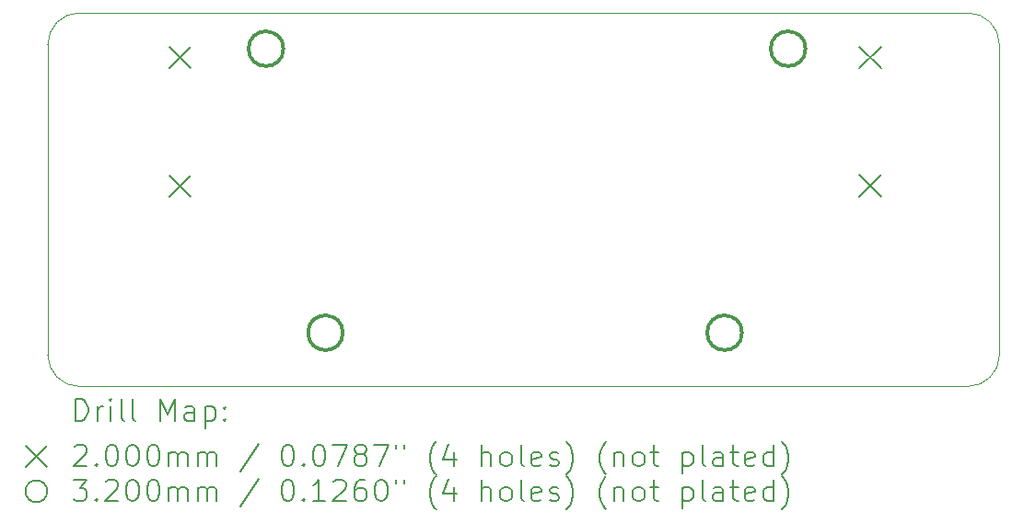
<source format=gbr>
%TF.GenerationSoftware,KiCad,Pcbnew,7.0.9*%
%TF.CreationDate,2024-08-07T11:51:31-05:00*%
%TF.ProjectId,led_segment,6c65645f-7365-4676-9d65-6e742e6b6963,rev?*%
%TF.SameCoordinates,Original*%
%TF.FileFunction,Drillmap*%
%TF.FilePolarity,Positive*%
%FSLAX45Y45*%
G04 Gerber Fmt 4.5, Leading zero omitted, Abs format (unit mm)*
G04 Created by KiCad (PCBNEW 7.0.9) date 2024-08-07 11:51:31*
%MOMM*%
%LPD*%
G01*
G04 APERTURE LIST*
%ADD10C,0.100000*%
%ADD11C,0.200000*%
%ADD12C,0.320000*%
G04 APERTURE END LIST*
D10*
X14560400Y-15437000D02*
X22726500Y-15437000D01*
X14560400Y-11995300D02*
G75*
G03*
X14268300Y-12287400I0J-292100D01*
G01*
X22726500Y-15437000D02*
G75*
G03*
X23018600Y-15144900I0J292100D01*
G01*
X22726500Y-11995300D02*
X14560400Y-11995300D01*
X14268300Y-15144900D02*
X14268300Y-12287400D01*
X14268300Y-15144900D02*
G75*
G03*
X14560400Y-15437000I292100J0D01*
G01*
X23018600Y-15144900D02*
X23018600Y-12287400D01*
X23018600Y-12287400D02*
G75*
G03*
X22726500Y-11995300I-292100J0D01*
G01*
D11*
X15383600Y-12306100D02*
X15583600Y-12506100D01*
X15583600Y-12306100D02*
X15383600Y-12506100D01*
X15383600Y-13491100D02*
X15583600Y-13691100D01*
X15583600Y-13491100D02*
X15383600Y-13691100D01*
X21729000Y-12304700D02*
X21929000Y-12504700D01*
X21929000Y-12304700D02*
X21729000Y-12504700D01*
X21729000Y-13489700D02*
X21929000Y-13689700D01*
X21929000Y-13489700D02*
X21729000Y-13689700D01*
D12*
X16434900Y-12325500D02*
G75*
G03*
X16434900Y-12325500I-160000J0D01*
G01*
X16981000Y-14941700D02*
G75*
G03*
X16981000Y-14941700I-160000J0D01*
G01*
X20651300Y-14941700D02*
G75*
G03*
X20651300Y-14941700I-160000J0D01*
G01*
X21235500Y-12325500D02*
G75*
G03*
X21235500Y-12325500I-160000J0D01*
G01*
D11*
X14524077Y-15753484D02*
X14524077Y-15553484D01*
X14524077Y-15553484D02*
X14571696Y-15553484D01*
X14571696Y-15553484D02*
X14600267Y-15563008D01*
X14600267Y-15563008D02*
X14619315Y-15582055D01*
X14619315Y-15582055D02*
X14628839Y-15601103D01*
X14628839Y-15601103D02*
X14638362Y-15639198D01*
X14638362Y-15639198D02*
X14638362Y-15667769D01*
X14638362Y-15667769D02*
X14628839Y-15705865D01*
X14628839Y-15705865D02*
X14619315Y-15724912D01*
X14619315Y-15724912D02*
X14600267Y-15743960D01*
X14600267Y-15743960D02*
X14571696Y-15753484D01*
X14571696Y-15753484D02*
X14524077Y-15753484D01*
X14724077Y-15753484D02*
X14724077Y-15620150D01*
X14724077Y-15658246D02*
X14733601Y-15639198D01*
X14733601Y-15639198D02*
X14743124Y-15629674D01*
X14743124Y-15629674D02*
X14762172Y-15620150D01*
X14762172Y-15620150D02*
X14781220Y-15620150D01*
X14847886Y-15753484D02*
X14847886Y-15620150D01*
X14847886Y-15553484D02*
X14838362Y-15563008D01*
X14838362Y-15563008D02*
X14847886Y-15572531D01*
X14847886Y-15572531D02*
X14857410Y-15563008D01*
X14857410Y-15563008D02*
X14847886Y-15553484D01*
X14847886Y-15553484D02*
X14847886Y-15572531D01*
X14971696Y-15753484D02*
X14952648Y-15743960D01*
X14952648Y-15743960D02*
X14943124Y-15724912D01*
X14943124Y-15724912D02*
X14943124Y-15553484D01*
X15076458Y-15753484D02*
X15057410Y-15743960D01*
X15057410Y-15743960D02*
X15047886Y-15724912D01*
X15047886Y-15724912D02*
X15047886Y-15553484D01*
X15305029Y-15753484D02*
X15305029Y-15553484D01*
X15305029Y-15553484D02*
X15371696Y-15696341D01*
X15371696Y-15696341D02*
X15438362Y-15553484D01*
X15438362Y-15553484D02*
X15438362Y-15753484D01*
X15619315Y-15753484D02*
X15619315Y-15648722D01*
X15619315Y-15648722D02*
X15609791Y-15629674D01*
X15609791Y-15629674D02*
X15590743Y-15620150D01*
X15590743Y-15620150D02*
X15552648Y-15620150D01*
X15552648Y-15620150D02*
X15533601Y-15629674D01*
X15619315Y-15743960D02*
X15600267Y-15753484D01*
X15600267Y-15753484D02*
X15552648Y-15753484D01*
X15552648Y-15753484D02*
X15533601Y-15743960D01*
X15533601Y-15743960D02*
X15524077Y-15724912D01*
X15524077Y-15724912D02*
X15524077Y-15705865D01*
X15524077Y-15705865D02*
X15533601Y-15686817D01*
X15533601Y-15686817D02*
X15552648Y-15677293D01*
X15552648Y-15677293D02*
X15600267Y-15677293D01*
X15600267Y-15677293D02*
X15619315Y-15667769D01*
X15714553Y-15620150D02*
X15714553Y-15820150D01*
X15714553Y-15629674D02*
X15733601Y-15620150D01*
X15733601Y-15620150D02*
X15771696Y-15620150D01*
X15771696Y-15620150D02*
X15790743Y-15629674D01*
X15790743Y-15629674D02*
X15800267Y-15639198D01*
X15800267Y-15639198D02*
X15809791Y-15658246D01*
X15809791Y-15658246D02*
X15809791Y-15715388D01*
X15809791Y-15715388D02*
X15800267Y-15734436D01*
X15800267Y-15734436D02*
X15790743Y-15743960D01*
X15790743Y-15743960D02*
X15771696Y-15753484D01*
X15771696Y-15753484D02*
X15733601Y-15753484D01*
X15733601Y-15753484D02*
X15714553Y-15743960D01*
X15895505Y-15734436D02*
X15905029Y-15743960D01*
X15905029Y-15743960D02*
X15895505Y-15753484D01*
X15895505Y-15753484D02*
X15885982Y-15743960D01*
X15885982Y-15743960D02*
X15895505Y-15734436D01*
X15895505Y-15734436D02*
X15895505Y-15753484D01*
X15895505Y-15629674D02*
X15905029Y-15639198D01*
X15905029Y-15639198D02*
X15895505Y-15648722D01*
X15895505Y-15648722D02*
X15885982Y-15639198D01*
X15885982Y-15639198D02*
X15895505Y-15629674D01*
X15895505Y-15629674D02*
X15895505Y-15648722D01*
X14063300Y-15982000D02*
X14263300Y-16182000D01*
X14263300Y-15982000D02*
X14063300Y-16182000D01*
X14514553Y-15992531D02*
X14524077Y-15983008D01*
X14524077Y-15983008D02*
X14543124Y-15973484D01*
X14543124Y-15973484D02*
X14590743Y-15973484D01*
X14590743Y-15973484D02*
X14609791Y-15983008D01*
X14609791Y-15983008D02*
X14619315Y-15992531D01*
X14619315Y-15992531D02*
X14628839Y-16011579D01*
X14628839Y-16011579D02*
X14628839Y-16030627D01*
X14628839Y-16030627D02*
X14619315Y-16059198D01*
X14619315Y-16059198D02*
X14505029Y-16173484D01*
X14505029Y-16173484D02*
X14628839Y-16173484D01*
X14714553Y-16154436D02*
X14724077Y-16163960D01*
X14724077Y-16163960D02*
X14714553Y-16173484D01*
X14714553Y-16173484D02*
X14705029Y-16163960D01*
X14705029Y-16163960D02*
X14714553Y-16154436D01*
X14714553Y-16154436D02*
X14714553Y-16173484D01*
X14847886Y-15973484D02*
X14866934Y-15973484D01*
X14866934Y-15973484D02*
X14885982Y-15983008D01*
X14885982Y-15983008D02*
X14895505Y-15992531D01*
X14895505Y-15992531D02*
X14905029Y-16011579D01*
X14905029Y-16011579D02*
X14914553Y-16049674D01*
X14914553Y-16049674D02*
X14914553Y-16097293D01*
X14914553Y-16097293D02*
X14905029Y-16135388D01*
X14905029Y-16135388D02*
X14895505Y-16154436D01*
X14895505Y-16154436D02*
X14885982Y-16163960D01*
X14885982Y-16163960D02*
X14866934Y-16173484D01*
X14866934Y-16173484D02*
X14847886Y-16173484D01*
X14847886Y-16173484D02*
X14828839Y-16163960D01*
X14828839Y-16163960D02*
X14819315Y-16154436D01*
X14819315Y-16154436D02*
X14809791Y-16135388D01*
X14809791Y-16135388D02*
X14800267Y-16097293D01*
X14800267Y-16097293D02*
X14800267Y-16049674D01*
X14800267Y-16049674D02*
X14809791Y-16011579D01*
X14809791Y-16011579D02*
X14819315Y-15992531D01*
X14819315Y-15992531D02*
X14828839Y-15983008D01*
X14828839Y-15983008D02*
X14847886Y-15973484D01*
X15038362Y-15973484D02*
X15057410Y-15973484D01*
X15057410Y-15973484D02*
X15076458Y-15983008D01*
X15076458Y-15983008D02*
X15085982Y-15992531D01*
X15085982Y-15992531D02*
X15095505Y-16011579D01*
X15095505Y-16011579D02*
X15105029Y-16049674D01*
X15105029Y-16049674D02*
X15105029Y-16097293D01*
X15105029Y-16097293D02*
X15095505Y-16135388D01*
X15095505Y-16135388D02*
X15085982Y-16154436D01*
X15085982Y-16154436D02*
X15076458Y-16163960D01*
X15076458Y-16163960D02*
X15057410Y-16173484D01*
X15057410Y-16173484D02*
X15038362Y-16173484D01*
X15038362Y-16173484D02*
X15019315Y-16163960D01*
X15019315Y-16163960D02*
X15009791Y-16154436D01*
X15009791Y-16154436D02*
X15000267Y-16135388D01*
X15000267Y-16135388D02*
X14990743Y-16097293D01*
X14990743Y-16097293D02*
X14990743Y-16049674D01*
X14990743Y-16049674D02*
X15000267Y-16011579D01*
X15000267Y-16011579D02*
X15009791Y-15992531D01*
X15009791Y-15992531D02*
X15019315Y-15983008D01*
X15019315Y-15983008D02*
X15038362Y-15973484D01*
X15228839Y-15973484D02*
X15247886Y-15973484D01*
X15247886Y-15973484D02*
X15266934Y-15983008D01*
X15266934Y-15983008D02*
X15276458Y-15992531D01*
X15276458Y-15992531D02*
X15285982Y-16011579D01*
X15285982Y-16011579D02*
X15295505Y-16049674D01*
X15295505Y-16049674D02*
X15295505Y-16097293D01*
X15295505Y-16097293D02*
X15285982Y-16135388D01*
X15285982Y-16135388D02*
X15276458Y-16154436D01*
X15276458Y-16154436D02*
X15266934Y-16163960D01*
X15266934Y-16163960D02*
X15247886Y-16173484D01*
X15247886Y-16173484D02*
X15228839Y-16173484D01*
X15228839Y-16173484D02*
X15209791Y-16163960D01*
X15209791Y-16163960D02*
X15200267Y-16154436D01*
X15200267Y-16154436D02*
X15190743Y-16135388D01*
X15190743Y-16135388D02*
X15181220Y-16097293D01*
X15181220Y-16097293D02*
X15181220Y-16049674D01*
X15181220Y-16049674D02*
X15190743Y-16011579D01*
X15190743Y-16011579D02*
X15200267Y-15992531D01*
X15200267Y-15992531D02*
X15209791Y-15983008D01*
X15209791Y-15983008D02*
X15228839Y-15973484D01*
X15381220Y-16173484D02*
X15381220Y-16040150D01*
X15381220Y-16059198D02*
X15390743Y-16049674D01*
X15390743Y-16049674D02*
X15409791Y-16040150D01*
X15409791Y-16040150D02*
X15438363Y-16040150D01*
X15438363Y-16040150D02*
X15457410Y-16049674D01*
X15457410Y-16049674D02*
X15466934Y-16068722D01*
X15466934Y-16068722D02*
X15466934Y-16173484D01*
X15466934Y-16068722D02*
X15476458Y-16049674D01*
X15476458Y-16049674D02*
X15495505Y-16040150D01*
X15495505Y-16040150D02*
X15524077Y-16040150D01*
X15524077Y-16040150D02*
X15543124Y-16049674D01*
X15543124Y-16049674D02*
X15552648Y-16068722D01*
X15552648Y-16068722D02*
X15552648Y-16173484D01*
X15647886Y-16173484D02*
X15647886Y-16040150D01*
X15647886Y-16059198D02*
X15657410Y-16049674D01*
X15657410Y-16049674D02*
X15676458Y-16040150D01*
X15676458Y-16040150D02*
X15705029Y-16040150D01*
X15705029Y-16040150D02*
X15724077Y-16049674D01*
X15724077Y-16049674D02*
X15733601Y-16068722D01*
X15733601Y-16068722D02*
X15733601Y-16173484D01*
X15733601Y-16068722D02*
X15743124Y-16049674D01*
X15743124Y-16049674D02*
X15762172Y-16040150D01*
X15762172Y-16040150D02*
X15790743Y-16040150D01*
X15790743Y-16040150D02*
X15809791Y-16049674D01*
X15809791Y-16049674D02*
X15819315Y-16068722D01*
X15819315Y-16068722D02*
X15819315Y-16173484D01*
X16209791Y-15963960D02*
X16038363Y-16221103D01*
X16466934Y-15973484D02*
X16485982Y-15973484D01*
X16485982Y-15973484D02*
X16505029Y-15983008D01*
X16505029Y-15983008D02*
X16514553Y-15992531D01*
X16514553Y-15992531D02*
X16524077Y-16011579D01*
X16524077Y-16011579D02*
X16533601Y-16049674D01*
X16533601Y-16049674D02*
X16533601Y-16097293D01*
X16533601Y-16097293D02*
X16524077Y-16135388D01*
X16524077Y-16135388D02*
X16514553Y-16154436D01*
X16514553Y-16154436D02*
X16505029Y-16163960D01*
X16505029Y-16163960D02*
X16485982Y-16173484D01*
X16485982Y-16173484D02*
X16466934Y-16173484D01*
X16466934Y-16173484D02*
X16447886Y-16163960D01*
X16447886Y-16163960D02*
X16438363Y-16154436D01*
X16438363Y-16154436D02*
X16428839Y-16135388D01*
X16428839Y-16135388D02*
X16419315Y-16097293D01*
X16419315Y-16097293D02*
X16419315Y-16049674D01*
X16419315Y-16049674D02*
X16428839Y-16011579D01*
X16428839Y-16011579D02*
X16438363Y-15992531D01*
X16438363Y-15992531D02*
X16447886Y-15983008D01*
X16447886Y-15983008D02*
X16466934Y-15973484D01*
X16619315Y-16154436D02*
X16628839Y-16163960D01*
X16628839Y-16163960D02*
X16619315Y-16173484D01*
X16619315Y-16173484D02*
X16609791Y-16163960D01*
X16609791Y-16163960D02*
X16619315Y-16154436D01*
X16619315Y-16154436D02*
X16619315Y-16173484D01*
X16752648Y-15973484D02*
X16771696Y-15973484D01*
X16771696Y-15973484D02*
X16790744Y-15983008D01*
X16790744Y-15983008D02*
X16800268Y-15992531D01*
X16800268Y-15992531D02*
X16809791Y-16011579D01*
X16809791Y-16011579D02*
X16819315Y-16049674D01*
X16819315Y-16049674D02*
X16819315Y-16097293D01*
X16819315Y-16097293D02*
X16809791Y-16135388D01*
X16809791Y-16135388D02*
X16800268Y-16154436D01*
X16800268Y-16154436D02*
X16790744Y-16163960D01*
X16790744Y-16163960D02*
X16771696Y-16173484D01*
X16771696Y-16173484D02*
X16752648Y-16173484D01*
X16752648Y-16173484D02*
X16733601Y-16163960D01*
X16733601Y-16163960D02*
X16724077Y-16154436D01*
X16724077Y-16154436D02*
X16714553Y-16135388D01*
X16714553Y-16135388D02*
X16705029Y-16097293D01*
X16705029Y-16097293D02*
X16705029Y-16049674D01*
X16705029Y-16049674D02*
X16714553Y-16011579D01*
X16714553Y-16011579D02*
X16724077Y-15992531D01*
X16724077Y-15992531D02*
X16733601Y-15983008D01*
X16733601Y-15983008D02*
X16752648Y-15973484D01*
X16885982Y-15973484D02*
X17019315Y-15973484D01*
X17019315Y-15973484D02*
X16933601Y-16173484D01*
X17124077Y-16059198D02*
X17105029Y-16049674D01*
X17105029Y-16049674D02*
X17095506Y-16040150D01*
X17095506Y-16040150D02*
X17085982Y-16021103D01*
X17085982Y-16021103D02*
X17085982Y-16011579D01*
X17085982Y-16011579D02*
X17095506Y-15992531D01*
X17095506Y-15992531D02*
X17105029Y-15983008D01*
X17105029Y-15983008D02*
X17124077Y-15973484D01*
X17124077Y-15973484D02*
X17162172Y-15973484D01*
X17162172Y-15973484D02*
X17181220Y-15983008D01*
X17181220Y-15983008D02*
X17190744Y-15992531D01*
X17190744Y-15992531D02*
X17200268Y-16011579D01*
X17200268Y-16011579D02*
X17200268Y-16021103D01*
X17200268Y-16021103D02*
X17190744Y-16040150D01*
X17190744Y-16040150D02*
X17181220Y-16049674D01*
X17181220Y-16049674D02*
X17162172Y-16059198D01*
X17162172Y-16059198D02*
X17124077Y-16059198D01*
X17124077Y-16059198D02*
X17105029Y-16068722D01*
X17105029Y-16068722D02*
X17095506Y-16078246D01*
X17095506Y-16078246D02*
X17085982Y-16097293D01*
X17085982Y-16097293D02*
X17085982Y-16135388D01*
X17085982Y-16135388D02*
X17095506Y-16154436D01*
X17095506Y-16154436D02*
X17105029Y-16163960D01*
X17105029Y-16163960D02*
X17124077Y-16173484D01*
X17124077Y-16173484D02*
X17162172Y-16173484D01*
X17162172Y-16173484D02*
X17181220Y-16163960D01*
X17181220Y-16163960D02*
X17190744Y-16154436D01*
X17190744Y-16154436D02*
X17200268Y-16135388D01*
X17200268Y-16135388D02*
X17200268Y-16097293D01*
X17200268Y-16097293D02*
X17190744Y-16078246D01*
X17190744Y-16078246D02*
X17181220Y-16068722D01*
X17181220Y-16068722D02*
X17162172Y-16059198D01*
X17266934Y-15973484D02*
X17400268Y-15973484D01*
X17400268Y-15973484D02*
X17314553Y-16173484D01*
X17466934Y-15973484D02*
X17466934Y-16011579D01*
X17543125Y-15973484D02*
X17543125Y-16011579D01*
X17838363Y-16249674D02*
X17828839Y-16240150D01*
X17828839Y-16240150D02*
X17809791Y-16211579D01*
X17809791Y-16211579D02*
X17800268Y-16192531D01*
X17800268Y-16192531D02*
X17790744Y-16163960D01*
X17790744Y-16163960D02*
X17781220Y-16116341D01*
X17781220Y-16116341D02*
X17781220Y-16078246D01*
X17781220Y-16078246D02*
X17790744Y-16030627D01*
X17790744Y-16030627D02*
X17800268Y-16002055D01*
X17800268Y-16002055D02*
X17809791Y-15983008D01*
X17809791Y-15983008D02*
X17828839Y-15954436D01*
X17828839Y-15954436D02*
X17838363Y-15944912D01*
X18000268Y-16040150D02*
X18000268Y-16173484D01*
X17952649Y-15963960D02*
X17905030Y-16106817D01*
X17905030Y-16106817D02*
X18028839Y-16106817D01*
X18257411Y-16173484D02*
X18257411Y-15973484D01*
X18343125Y-16173484D02*
X18343125Y-16068722D01*
X18343125Y-16068722D02*
X18333601Y-16049674D01*
X18333601Y-16049674D02*
X18314553Y-16040150D01*
X18314553Y-16040150D02*
X18285982Y-16040150D01*
X18285982Y-16040150D02*
X18266934Y-16049674D01*
X18266934Y-16049674D02*
X18257411Y-16059198D01*
X18466934Y-16173484D02*
X18447887Y-16163960D01*
X18447887Y-16163960D02*
X18438363Y-16154436D01*
X18438363Y-16154436D02*
X18428839Y-16135388D01*
X18428839Y-16135388D02*
X18428839Y-16078246D01*
X18428839Y-16078246D02*
X18438363Y-16059198D01*
X18438363Y-16059198D02*
X18447887Y-16049674D01*
X18447887Y-16049674D02*
X18466934Y-16040150D01*
X18466934Y-16040150D02*
X18495506Y-16040150D01*
X18495506Y-16040150D02*
X18514553Y-16049674D01*
X18514553Y-16049674D02*
X18524077Y-16059198D01*
X18524077Y-16059198D02*
X18533601Y-16078246D01*
X18533601Y-16078246D02*
X18533601Y-16135388D01*
X18533601Y-16135388D02*
X18524077Y-16154436D01*
X18524077Y-16154436D02*
X18514553Y-16163960D01*
X18514553Y-16163960D02*
X18495506Y-16173484D01*
X18495506Y-16173484D02*
X18466934Y-16173484D01*
X18647887Y-16173484D02*
X18628839Y-16163960D01*
X18628839Y-16163960D02*
X18619315Y-16144912D01*
X18619315Y-16144912D02*
X18619315Y-15973484D01*
X18800268Y-16163960D02*
X18781220Y-16173484D01*
X18781220Y-16173484D02*
X18743125Y-16173484D01*
X18743125Y-16173484D02*
X18724077Y-16163960D01*
X18724077Y-16163960D02*
X18714553Y-16144912D01*
X18714553Y-16144912D02*
X18714553Y-16068722D01*
X18714553Y-16068722D02*
X18724077Y-16049674D01*
X18724077Y-16049674D02*
X18743125Y-16040150D01*
X18743125Y-16040150D02*
X18781220Y-16040150D01*
X18781220Y-16040150D02*
X18800268Y-16049674D01*
X18800268Y-16049674D02*
X18809792Y-16068722D01*
X18809792Y-16068722D02*
X18809792Y-16087769D01*
X18809792Y-16087769D02*
X18714553Y-16106817D01*
X18885982Y-16163960D02*
X18905030Y-16173484D01*
X18905030Y-16173484D02*
X18943125Y-16173484D01*
X18943125Y-16173484D02*
X18962173Y-16163960D01*
X18962173Y-16163960D02*
X18971696Y-16144912D01*
X18971696Y-16144912D02*
X18971696Y-16135388D01*
X18971696Y-16135388D02*
X18962173Y-16116341D01*
X18962173Y-16116341D02*
X18943125Y-16106817D01*
X18943125Y-16106817D02*
X18914553Y-16106817D01*
X18914553Y-16106817D02*
X18895506Y-16097293D01*
X18895506Y-16097293D02*
X18885982Y-16078246D01*
X18885982Y-16078246D02*
X18885982Y-16068722D01*
X18885982Y-16068722D02*
X18895506Y-16049674D01*
X18895506Y-16049674D02*
X18914553Y-16040150D01*
X18914553Y-16040150D02*
X18943125Y-16040150D01*
X18943125Y-16040150D02*
X18962173Y-16049674D01*
X19038363Y-16249674D02*
X19047887Y-16240150D01*
X19047887Y-16240150D02*
X19066934Y-16211579D01*
X19066934Y-16211579D02*
X19076458Y-16192531D01*
X19076458Y-16192531D02*
X19085982Y-16163960D01*
X19085982Y-16163960D02*
X19095506Y-16116341D01*
X19095506Y-16116341D02*
X19095506Y-16078246D01*
X19095506Y-16078246D02*
X19085982Y-16030627D01*
X19085982Y-16030627D02*
X19076458Y-16002055D01*
X19076458Y-16002055D02*
X19066934Y-15983008D01*
X19066934Y-15983008D02*
X19047887Y-15954436D01*
X19047887Y-15954436D02*
X19038363Y-15944912D01*
X19400268Y-16249674D02*
X19390744Y-16240150D01*
X19390744Y-16240150D02*
X19371696Y-16211579D01*
X19371696Y-16211579D02*
X19362173Y-16192531D01*
X19362173Y-16192531D02*
X19352649Y-16163960D01*
X19352649Y-16163960D02*
X19343125Y-16116341D01*
X19343125Y-16116341D02*
X19343125Y-16078246D01*
X19343125Y-16078246D02*
X19352649Y-16030627D01*
X19352649Y-16030627D02*
X19362173Y-16002055D01*
X19362173Y-16002055D02*
X19371696Y-15983008D01*
X19371696Y-15983008D02*
X19390744Y-15954436D01*
X19390744Y-15954436D02*
X19400268Y-15944912D01*
X19476458Y-16040150D02*
X19476458Y-16173484D01*
X19476458Y-16059198D02*
X19485982Y-16049674D01*
X19485982Y-16049674D02*
X19505030Y-16040150D01*
X19505030Y-16040150D02*
X19533601Y-16040150D01*
X19533601Y-16040150D02*
X19552649Y-16049674D01*
X19552649Y-16049674D02*
X19562173Y-16068722D01*
X19562173Y-16068722D02*
X19562173Y-16173484D01*
X19685982Y-16173484D02*
X19666934Y-16163960D01*
X19666934Y-16163960D02*
X19657411Y-16154436D01*
X19657411Y-16154436D02*
X19647887Y-16135388D01*
X19647887Y-16135388D02*
X19647887Y-16078246D01*
X19647887Y-16078246D02*
X19657411Y-16059198D01*
X19657411Y-16059198D02*
X19666934Y-16049674D01*
X19666934Y-16049674D02*
X19685982Y-16040150D01*
X19685982Y-16040150D02*
X19714554Y-16040150D01*
X19714554Y-16040150D02*
X19733601Y-16049674D01*
X19733601Y-16049674D02*
X19743125Y-16059198D01*
X19743125Y-16059198D02*
X19752649Y-16078246D01*
X19752649Y-16078246D02*
X19752649Y-16135388D01*
X19752649Y-16135388D02*
X19743125Y-16154436D01*
X19743125Y-16154436D02*
X19733601Y-16163960D01*
X19733601Y-16163960D02*
X19714554Y-16173484D01*
X19714554Y-16173484D02*
X19685982Y-16173484D01*
X19809792Y-16040150D02*
X19885982Y-16040150D01*
X19838363Y-15973484D02*
X19838363Y-16144912D01*
X19838363Y-16144912D02*
X19847887Y-16163960D01*
X19847887Y-16163960D02*
X19866934Y-16173484D01*
X19866934Y-16173484D02*
X19885982Y-16173484D01*
X20105030Y-16040150D02*
X20105030Y-16240150D01*
X20105030Y-16049674D02*
X20124077Y-16040150D01*
X20124077Y-16040150D02*
X20162173Y-16040150D01*
X20162173Y-16040150D02*
X20181220Y-16049674D01*
X20181220Y-16049674D02*
X20190744Y-16059198D01*
X20190744Y-16059198D02*
X20200268Y-16078246D01*
X20200268Y-16078246D02*
X20200268Y-16135388D01*
X20200268Y-16135388D02*
X20190744Y-16154436D01*
X20190744Y-16154436D02*
X20181220Y-16163960D01*
X20181220Y-16163960D02*
X20162173Y-16173484D01*
X20162173Y-16173484D02*
X20124077Y-16173484D01*
X20124077Y-16173484D02*
X20105030Y-16163960D01*
X20314554Y-16173484D02*
X20295506Y-16163960D01*
X20295506Y-16163960D02*
X20285982Y-16144912D01*
X20285982Y-16144912D02*
X20285982Y-15973484D01*
X20476458Y-16173484D02*
X20476458Y-16068722D01*
X20476458Y-16068722D02*
X20466935Y-16049674D01*
X20466935Y-16049674D02*
X20447887Y-16040150D01*
X20447887Y-16040150D02*
X20409792Y-16040150D01*
X20409792Y-16040150D02*
X20390744Y-16049674D01*
X20476458Y-16163960D02*
X20457411Y-16173484D01*
X20457411Y-16173484D02*
X20409792Y-16173484D01*
X20409792Y-16173484D02*
X20390744Y-16163960D01*
X20390744Y-16163960D02*
X20381220Y-16144912D01*
X20381220Y-16144912D02*
X20381220Y-16125865D01*
X20381220Y-16125865D02*
X20390744Y-16106817D01*
X20390744Y-16106817D02*
X20409792Y-16097293D01*
X20409792Y-16097293D02*
X20457411Y-16097293D01*
X20457411Y-16097293D02*
X20476458Y-16087769D01*
X20543125Y-16040150D02*
X20619315Y-16040150D01*
X20571696Y-15973484D02*
X20571696Y-16144912D01*
X20571696Y-16144912D02*
X20581220Y-16163960D01*
X20581220Y-16163960D02*
X20600268Y-16173484D01*
X20600268Y-16173484D02*
X20619315Y-16173484D01*
X20762173Y-16163960D02*
X20743125Y-16173484D01*
X20743125Y-16173484D02*
X20705030Y-16173484D01*
X20705030Y-16173484D02*
X20685982Y-16163960D01*
X20685982Y-16163960D02*
X20676458Y-16144912D01*
X20676458Y-16144912D02*
X20676458Y-16068722D01*
X20676458Y-16068722D02*
X20685982Y-16049674D01*
X20685982Y-16049674D02*
X20705030Y-16040150D01*
X20705030Y-16040150D02*
X20743125Y-16040150D01*
X20743125Y-16040150D02*
X20762173Y-16049674D01*
X20762173Y-16049674D02*
X20771696Y-16068722D01*
X20771696Y-16068722D02*
X20771696Y-16087769D01*
X20771696Y-16087769D02*
X20676458Y-16106817D01*
X20943125Y-16173484D02*
X20943125Y-15973484D01*
X20943125Y-16163960D02*
X20924077Y-16173484D01*
X20924077Y-16173484D02*
X20885982Y-16173484D01*
X20885982Y-16173484D02*
X20866935Y-16163960D01*
X20866935Y-16163960D02*
X20857411Y-16154436D01*
X20857411Y-16154436D02*
X20847887Y-16135388D01*
X20847887Y-16135388D02*
X20847887Y-16078246D01*
X20847887Y-16078246D02*
X20857411Y-16059198D01*
X20857411Y-16059198D02*
X20866935Y-16049674D01*
X20866935Y-16049674D02*
X20885982Y-16040150D01*
X20885982Y-16040150D02*
X20924077Y-16040150D01*
X20924077Y-16040150D02*
X20943125Y-16049674D01*
X21019316Y-16249674D02*
X21028839Y-16240150D01*
X21028839Y-16240150D02*
X21047887Y-16211579D01*
X21047887Y-16211579D02*
X21057411Y-16192531D01*
X21057411Y-16192531D02*
X21066935Y-16163960D01*
X21066935Y-16163960D02*
X21076458Y-16116341D01*
X21076458Y-16116341D02*
X21076458Y-16078246D01*
X21076458Y-16078246D02*
X21066935Y-16030627D01*
X21066935Y-16030627D02*
X21057411Y-16002055D01*
X21057411Y-16002055D02*
X21047887Y-15983008D01*
X21047887Y-15983008D02*
X21028839Y-15954436D01*
X21028839Y-15954436D02*
X21019316Y-15944912D01*
X14263300Y-16402000D02*
G75*
G03*
X14263300Y-16402000I-100000J0D01*
G01*
X14505029Y-16293484D02*
X14628839Y-16293484D01*
X14628839Y-16293484D02*
X14562172Y-16369674D01*
X14562172Y-16369674D02*
X14590743Y-16369674D01*
X14590743Y-16369674D02*
X14609791Y-16379198D01*
X14609791Y-16379198D02*
X14619315Y-16388722D01*
X14619315Y-16388722D02*
X14628839Y-16407769D01*
X14628839Y-16407769D02*
X14628839Y-16455388D01*
X14628839Y-16455388D02*
X14619315Y-16474436D01*
X14619315Y-16474436D02*
X14609791Y-16483960D01*
X14609791Y-16483960D02*
X14590743Y-16493484D01*
X14590743Y-16493484D02*
X14533601Y-16493484D01*
X14533601Y-16493484D02*
X14514553Y-16483960D01*
X14514553Y-16483960D02*
X14505029Y-16474436D01*
X14714553Y-16474436D02*
X14724077Y-16483960D01*
X14724077Y-16483960D02*
X14714553Y-16493484D01*
X14714553Y-16493484D02*
X14705029Y-16483960D01*
X14705029Y-16483960D02*
X14714553Y-16474436D01*
X14714553Y-16474436D02*
X14714553Y-16493484D01*
X14800267Y-16312531D02*
X14809791Y-16303008D01*
X14809791Y-16303008D02*
X14828839Y-16293484D01*
X14828839Y-16293484D02*
X14876458Y-16293484D01*
X14876458Y-16293484D02*
X14895505Y-16303008D01*
X14895505Y-16303008D02*
X14905029Y-16312531D01*
X14905029Y-16312531D02*
X14914553Y-16331579D01*
X14914553Y-16331579D02*
X14914553Y-16350627D01*
X14914553Y-16350627D02*
X14905029Y-16379198D01*
X14905029Y-16379198D02*
X14790743Y-16493484D01*
X14790743Y-16493484D02*
X14914553Y-16493484D01*
X15038362Y-16293484D02*
X15057410Y-16293484D01*
X15057410Y-16293484D02*
X15076458Y-16303008D01*
X15076458Y-16303008D02*
X15085982Y-16312531D01*
X15085982Y-16312531D02*
X15095505Y-16331579D01*
X15095505Y-16331579D02*
X15105029Y-16369674D01*
X15105029Y-16369674D02*
X15105029Y-16417293D01*
X15105029Y-16417293D02*
X15095505Y-16455388D01*
X15095505Y-16455388D02*
X15085982Y-16474436D01*
X15085982Y-16474436D02*
X15076458Y-16483960D01*
X15076458Y-16483960D02*
X15057410Y-16493484D01*
X15057410Y-16493484D02*
X15038362Y-16493484D01*
X15038362Y-16493484D02*
X15019315Y-16483960D01*
X15019315Y-16483960D02*
X15009791Y-16474436D01*
X15009791Y-16474436D02*
X15000267Y-16455388D01*
X15000267Y-16455388D02*
X14990743Y-16417293D01*
X14990743Y-16417293D02*
X14990743Y-16369674D01*
X14990743Y-16369674D02*
X15000267Y-16331579D01*
X15000267Y-16331579D02*
X15009791Y-16312531D01*
X15009791Y-16312531D02*
X15019315Y-16303008D01*
X15019315Y-16303008D02*
X15038362Y-16293484D01*
X15228839Y-16293484D02*
X15247886Y-16293484D01*
X15247886Y-16293484D02*
X15266934Y-16303008D01*
X15266934Y-16303008D02*
X15276458Y-16312531D01*
X15276458Y-16312531D02*
X15285982Y-16331579D01*
X15285982Y-16331579D02*
X15295505Y-16369674D01*
X15295505Y-16369674D02*
X15295505Y-16417293D01*
X15295505Y-16417293D02*
X15285982Y-16455388D01*
X15285982Y-16455388D02*
X15276458Y-16474436D01*
X15276458Y-16474436D02*
X15266934Y-16483960D01*
X15266934Y-16483960D02*
X15247886Y-16493484D01*
X15247886Y-16493484D02*
X15228839Y-16493484D01*
X15228839Y-16493484D02*
X15209791Y-16483960D01*
X15209791Y-16483960D02*
X15200267Y-16474436D01*
X15200267Y-16474436D02*
X15190743Y-16455388D01*
X15190743Y-16455388D02*
X15181220Y-16417293D01*
X15181220Y-16417293D02*
X15181220Y-16369674D01*
X15181220Y-16369674D02*
X15190743Y-16331579D01*
X15190743Y-16331579D02*
X15200267Y-16312531D01*
X15200267Y-16312531D02*
X15209791Y-16303008D01*
X15209791Y-16303008D02*
X15228839Y-16293484D01*
X15381220Y-16493484D02*
X15381220Y-16360150D01*
X15381220Y-16379198D02*
X15390743Y-16369674D01*
X15390743Y-16369674D02*
X15409791Y-16360150D01*
X15409791Y-16360150D02*
X15438363Y-16360150D01*
X15438363Y-16360150D02*
X15457410Y-16369674D01*
X15457410Y-16369674D02*
X15466934Y-16388722D01*
X15466934Y-16388722D02*
X15466934Y-16493484D01*
X15466934Y-16388722D02*
X15476458Y-16369674D01*
X15476458Y-16369674D02*
X15495505Y-16360150D01*
X15495505Y-16360150D02*
X15524077Y-16360150D01*
X15524077Y-16360150D02*
X15543124Y-16369674D01*
X15543124Y-16369674D02*
X15552648Y-16388722D01*
X15552648Y-16388722D02*
X15552648Y-16493484D01*
X15647886Y-16493484D02*
X15647886Y-16360150D01*
X15647886Y-16379198D02*
X15657410Y-16369674D01*
X15657410Y-16369674D02*
X15676458Y-16360150D01*
X15676458Y-16360150D02*
X15705029Y-16360150D01*
X15705029Y-16360150D02*
X15724077Y-16369674D01*
X15724077Y-16369674D02*
X15733601Y-16388722D01*
X15733601Y-16388722D02*
X15733601Y-16493484D01*
X15733601Y-16388722D02*
X15743124Y-16369674D01*
X15743124Y-16369674D02*
X15762172Y-16360150D01*
X15762172Y-16360150D02*
X15790743Y-16360150D01*
X15790743Y-16360150D02*
X15809791Y-16369674D01*
X15809791Y-16369674D02*
X15819315Y-16388722D01*
X15819315Y-16388722D02*
X15819315Y-16493484D01*
X16209791Y-16283960D02*
X16038363Y-16541103D01*
X16466934Y-16293484D02*
X16485982Y-16293484D01*
X16485982Y-16293484D02*
X16505029Y-16303008D01*
X16505029Y-16303008D02*
X16514553Y-16312531D01*
X16514553Y-16312531D02*
X16524077Y-16331579D01*
X16524077Y-16331579D02*
X16533601Y-16369674D01*
X16533601Y-16369674D02*
X16533601Y-16417293D01*
X16533601Y-16417293D02*
X16524077Y-16455388D01*
X16524077Y-16455388D02*
X16514553Y-16474436D01*
X16514553Y-16474436D02*
X16505029Y-16483960D01*
X16505029Y-16483960D02*
X16485982Y-16493484D01*
X16485982Y-16493484D02*
X16466934Y-16493484D01*
X16466934Y-16493484D02*
X16447886Y-16483960D01*
X16447886Y-16483960D02*
X16438363Y-16474436D01*
X16438363Y-16474436D02*
X16428839Y-16455388D01*
X16428839Y-16455388D02*
X16419315Y-16417293D01*
X16419315Y-16417293D02*
X16419315Y-16369674D01*
X16419315Y-16369674D02*
X16428839Y-16331579D01*
X16428839Y-16331579D02*
X16438363Y-16312531D01*
X16438363Y-16312531D02*
X16447886Y-16303008D01*
X16447886Y-16303008D02*
X16466934Y-16293484D01*
X16619315Y-16474436D02*
X16628839Y-16483960D01*
X16628839Y-16483960D02*
X16619315Y-16493484D01*
X16619315Y-16493484D02*
X16609791Y-16483960D01*
X16609791Y-16483960D02*
X16619315Y-16474436D01*
X16619315Y-16474436D02*
X16619315Y-16493484D01*
X16819315Y-16493484D02*
X16705029Y-16493484D01*
X16762172Y-16493484D02*
X16762172Y-16293484D01*
X16762172Y-16293484D02*
X16743125Y-16322055D01*
X16743125Y-16322055D02*
X16724077Y-16341103D01*
X16724077Y-16341103D02*
X16705029Y-16350627D01*
X16895506Y-16312531D02*
X16905029Y-16303008D01*
X16905029Y-16303008D02*
X16924077Y-16293484D01*
X16924077Y-16293484D02*
X16971696Y-16293484D01*
X16971696Y-16293484D02*
X16990744Y-16303008D01*
X16990744Y-16303008D02*
X17000268Y-16312531D01*
X17000268Y-16312531D02*
X17009791Y-16331579D01*
X17009791Y-16331579D02*
X17009791Y-16350627D01*
X17009791Y-16350627D02*
X17000268Y-16379198D01*
X17000268Y-16379198D02*
X16885982Y-16493484D01*
X16885982Y-16493484D02*
X17009791Y-16493484D01*
X17181220Y-16293484D02*
X17143125Y-16293484D01*
X17143125Y-16293484D02*
X17124077Y-16303008D01*
X17124077Y-16303008D02*
X17114553Y-16312531D01*
X17114553Y-16312531D02*
X17095506Y-16341103D01*
X17095506Y-16341103D02*
X17085982Y-16379198D01*
X17085982Y-16379198D02*
X17085982Y-16455388D01*
X17085982Y-16455388D02*
X17095506Y-16474436D01*
X17095506Y-16474436D02*
X17105029Y-16483960D01*
X17105029Y-16483960D02*
X17124077Y-16493484D01*
X17124077Y-16493484D02*
X17162172Y-16493484D01*
X17162172Y-16493484D02*
X17181220Y-16483960D01*
X17181220Y-16483960D02*
X17190744Y-16474436D01*
X17190744Y-16474436D02*
X17200268Y-16455388D01*
X17200268Y-16455388D02*
X17200268Y-16407769D01*
X17200268Y-16407769D02*
X17190744Y-16388722D01*
X17190744Y-16388722D02*
X17181220Y-16379198D01*
X17181220Y-16379198D02*
X17162172Y-16369674D01*
X17162172Y-16369674D02*
X17124077Y-16369674D01*
X17124077Y-16369674D02*
X17105029Y-16379198D01*
X17105029Y-16379198D02*
X17095506Y-16388722D01*
X17095506Y-16388722D02*
X17085982Y-16407769D01*
X17324077Y-16293484D02*
X17343125Y-16293484D01*
X17343125Y-16293484D02*
X17362172Y-16303008D01*
X17362172Y-16303008D02*
X17371696Y-16312531D01*
X17371696Y-16312531D02*
X17381220Y-16331579D01*
X17381220Y-16331579D02*
X17390744Y-16369674D01*
X17390744Y-16369674D02*
X17390744Y-16417293D01*
X17390744Y-16417293D02*
X17381220Y-16455388D01*
X17381220Y-16455388D02*
X17371696Y-16474436D01*
X17371696Y-16474436D02*
X17362172Y-16483960D01*
X17362172Y-16483960D02*
X17343125Y-16493484D01*
X17343125Y-16493484D02*
X17324077Y-16493484D01*
X17324077Y-16493484D02*
X17305029Y-16483960D01*
X17305029Y-16483960D02*
X17295506Y-16474436D01*
X17295506Y-16474436D02*
X17285982Y-16455388D01*
X17285982Y-16455388D02*
X17276458Y-16417293D01*
X17276458Y-16417293D02*
X17276458Y-16369674D01*
X17276458Y-16369674D02*
X17285982Y-16331579D01*
X17285982Y-16331579D02*
X17295506Y-16312531D01*
X17295506Y-16312531D02*
X17305029Y-16303008D01*
X17305029Y-16303008D02*
X17324077Y-16293484D01*
X17466934Y-16293484D02*
X17466934Y-16331579D01*
X17543125Y-16293484D02*
X17543125Y-16331579D01*
X17838363Y-16569674D02*
X17828839Y-16560150D01*
X17828839Y-16560150D02*
X17809791Y-16531579D01*
X17809791Y-16531579D02*
X17800268Y-16512531D01*
X17800268Y-16512531D02*
X17790744Y-16483960D01*
X17790744Y-16483960D02*
X17781220Y-16436341D01*
X17781220Y-16436341D02*
X17781220Y-16398246D01*
X17781220Y-16398246D02*
X17790744Y-16350627D01*
X17790744Y-16350627D02*
X17800268Y-16322055D01*
X17800268Y-16322055D02*
X17809791Y-16303008D01*
X17809791Y-16303008D02*
X17828839Y-16274436D01*
X17828839Y-16274436D02*
X17838363Y-16264912D01*
X18000268Y-16360150D02*
X18000268Y-16493484D01*
X17952649Y-16283960D02*
X17905030Y-16426817D01*
X17905030Y-16426817D02*
X18028839Y-16426817D01*
X18257411Y-16493484D02*
X18257411Y-16293484D01*
X18343125Y-16493484D02*
X18343125Y-16388722D01*
X18343125Y-16388722D02*
X18333601Y-16369674D01*
X18333601Y-16369674D02*
X18314553Y-16360150D01*
X18314553Y-16360150D02*
X18285982Y-16360150D01*
X18285982Y-16360150D02*
X18266934Y-16369674D01*
X18266934Y-16369674D02*
X18257411Y-16379198D01*
X18466934Y-16493484D02*
X18447887Y-16483960D01*
X18447887Y-16483960D02*
X18438363Y-16474436D01*
X18438363Y-16474436D02*
X18428839Y-16455388D01*
X18428839Y-16455388D02*
X18428839Y-16398246D01*
X18428839Y-16398246D02*
X18438363Y-16379198D01*
X18438363Y-16379198D02*
X18447887Y-16369674D01*
X18447887Y-16369674D02*
X18466934Y-16360150D01*
X18466934Y-16360150D02*
X18495506Y-16360150D01*
X18495506Y-16360150D02*
X18514553Y-16369674D01*
X18514553Y-16369674D02*
X18524077Y-16379198D01*
X18524077Y-16379198D02*
X18533601Y-16398246D01*
X18533601Y-16398246D02*
X18533601Y-16455388D01*
X18533601Y-16455388D02*
X18524077Y-16474436D01*
X18524077Y-16474436D02*
X18514553Y-16483960D01*
X18514553Y-16483960D02*
X18495506Y-16493484D01*
X18495506Y-16493484D02*
X18466934Y-16493484D01*
X18647887Y-16493484D02*
X18628839Y-16483960D01*
X18628839Y-16483960D02*
X18619315Y-16464912D01*
X18619315Y-16464912D02*
X18619315Y-16293484D01*
X18800268Y-16483960D02*
X18781220Y-16493484D01*
X18781220Y-16493484D02*
X18743125Y-16493484D01*
X18743125Y-16493484D02*
X18724077Y-16483960D01*
X18724077Y-16483960D02*
X18714553Y-16464912D01*
X18714553Y-16464912D02*
X18714553Y-16388722D01*
X18714553Y-16388722D02*
X18724077Y-16369674D01*
X18724077Y-16369674D02*
X18743125Y-16360150D01*
X18743125Y-16360150D02*
X18781220Y-16360150D01*
X18781220Y-16360150D02*
X18800268Y-16369674D01*
X18800268Y-16369674D02*
X18809792Y-16388722D01*
X18809792Y-16388722D02*
X18809792Y-16407769D01*
X18809792Y-16407769D02*
X18714553Y-16426817D01*
X18885982Y-16483960D02*
X18905030Y-16493484D01*
X18905030Y-16493484D02*
X18943125Y-16493484D01*
X18943125Y-16493484D02*
X18962173Y-16483960D01*
X18962173Y-16483960D02*
X18971696Y-16464912D01*
X18971696Y-16464912D02*
X18971696Y-16455388D01*
X18971696Y-16455388D02*
X18962173Y-16436341D01*
X18962173Y-16436341D02*
X18943125Y-16426817D01*
X18943125Y-16426817D02*
X18914553Y-16426817D01*
X18914553Y-16426817D02*
X18895506Y-16417293D01*
X18895506Y-16417293D02*
X18885982Y-16398246D01*
X18885982Y-16398246D02*
X18885982Y-16388722D01*
X18885982Y-16388722D02*
X18895506Y-16369674D01*
X18895506Y-16369674D02*
X18914553Y-16360150D01*
X18914553Y-16360150D02*
X18943125Y-16360150D01*
X18943125Y-16360150D02*
X18962173Y-16369674D01*
X19038363Y-16569674D02*
X19047887Y-16560150D01*
X19047887Y-16560150D02*
X19066934Y-16531579D01*
X19066934Y-16531579D02*
X19076458Y-16512531D01*
X19076458Y-16512531D02*
X19085982Y-16483960D01*
X19085982Y-16483960D02*
X19095506Y-16436341D01*
X19095506Y-16436341D02*
X19095506Y-16398246D01*
X19095506Y-16398246D02*
X19085982Y-16350627D01*
X19085982Y-16350627D02*
X19076458Y-16322055D01*
X19076458Y-16322055D02*
X19066934Y-16303008D01*
X19066934Y-16303008D02*
X19047887Y-16274436D01*
X19047887Y-16274436D02*
X19038363Y-16264912D01*
X19400268Y-16569674D02*
X19390744Y-16560150D01*
X19390744Y-16560150D02*
X19371696Y-16531579D01*
X19371696Y-16531579D02*
X19362173Y-16512531D01*
X19362173Y-16512531D02*
X19352649Y-16483960D01*
X19352649Y-16483960D02*
X19343125Y-16436341D01*
X19343125Y-16436341D02*
X19343125Y-16398246D01*
X19343125Y-16398246D02*
X19352649Y-16350627D01*
X19352649Y-16350627D02*
X19362173Y-16322055D01*
X19362173Y-16322055D02*
X19371696Y-16303008D01*
X19371696Y-16303008D02*
X19390744Y-16274436D01*
X19390744Y-16274436D02*
X19400268Y-16264912D01*
X19476458Y-16360150D02*
X19476458Y-16493484D01*
X19476458Y-16379198D02*
X19485982Y-16369674D01*
X19485982Y-16369674D02*
X19505030Y-16360150D01*
X19505030Y-16360150D02*
X19533601Y-16360150D01*
X19533601Y-16360150D02*
X19552649Y-16369674D01*
X19552649Y-16369674D02*
X19562173Y-16388722D01*
X19562173Y-16388722D02*
X19562173Y-16493484D01*
X19685982Y-16493484D02*
X19666934Y-16483960D01*
X19666934Y-16483960D02*
X19657411Y-16474436D01*
X19657411Y-16474436D02*
X19647887Y-16455388D01*
X19647887Y-16455388D02*
X19647887Y-16398246D01*
X19647887Y-16398246D02*
X19657411Y-16379198D01*
X19657411Y-16379198D02*
X19666934Y-16369674D01*
X19666934Y-16369674D02*
X19685982Y-16360150D01*
X19685982Y-16360150D02*
X19714554Y-16360150D01*
X19714554Y-16360150D02*
X19733601Y-16369674D01*
X19733601Y-16369674D02*
X19743125Y-16379198D01*
X19743125Y-16379198D02*
X19752649Y-16398246D01*
X19752649Y-16398246D02*
X19752649Y-16455388D01*
X19752649Y-16455388D02*
X19743125Y-16474436D01*
X19743125Y-16474436D02*
X19733601Y-16483960D01*
X19733601Y-16483960D02*
X19714554Y-16493484D01*
X19714554Y-16493484D02*
X19685982Y-16493484D01*
X19809792Y-16360150D02*
X19885982Y-16360150D01*
X19838363Y-16293484D02*
X19838363Y-16464912D01*
X19838363Y-16464912D02*
X19847887Y-16483960D01*
X19847887Y-16483960D02*
X19866934Y-16493484D01*
X19866934Y-16493484D02*
X19885982Y-16493484D01*
X20105030Y-16360150D02*
X20105030Y-16560150D01*
X20105030Y-16369674D02*
X20124077Y-16360150D01*
X20124077Y-16360150D02*
X20162173Y-16360150D01*
X20162173Y-16360150D02*
X20181220Y-16369674D01*
X20181220Y-16369674D02*
X20190744Y-16379198D01*
X20190744Y-16379198D02*
X20200268Y-16398246D01*
X20200268Y-16398246D02*
X20200268Y-16455388D01*
X20200268Y-16455388D02*
X20190744Y-16474436D01*
X20190744Y-16474436D02*
X20181220Y-16483960D01*
X20181220Y-16483960D02*
X20162173Y-16493484D01*
X20162173Y-16493484D02*
X20124077Y-16493484D01*
X20124077Y-16493484D02*
X20105030Y-16483960D01*
X20314554Y-16493484D02*
X20295506Y-16483960D01*
X20295506Y-16483960D02*
X20285982Y-16464912D01*
X20285982Y-16464912D02*
X20285982Y-16293484D01*
X20476458Y-16493484D02*
X20476458Y-16388722D01*
X20476458Y-16388722D02*
X20466935Y-16369674D01*
X20466935Y-16369674D02*
X20447887Y-16360150D01*
X20447887Y-16360150D02*
X20409792Y-16360150D01*
X20409792Y-16360150D02*
X20390744Y-16369674D01*
X20476458Y-16483960D02*
X20457411Y-16493484D01*
X20457411Y-16493484D02*
X20409792Y-16493484D01*
X20409792Y-16493484D02*
X20390744Y-16483960D01*
X20390744Y-16483960D02*
X20381220Y-16464912D01*
X20381220Y-16464912D02*
X20381220Y-16445865D01*
X20381220Y-16445865D02*
X20390744Y-16426817D01*
X20390744Y-16426817D02*
X20409792Y-16417293D01*
X20409792Y-16417293D02*
X20457411Y-16417293D01*
X20457411Y-16417293D02*
X20476458Y-16407769D01*
X20543125Y-16360150D02*
X20619315Y-16360150D01*
X20571696Y-16293484D02*
X20571696Y-16464912D01*
X20571696Y-16464912D02*
X20581220Y-16483960D01*
X20581220Y-16483960D02*
X20600268Y-16493484D01*
X20600268Y-16493484D02*
X20619315Y-16493484D01*
X20762173Y-16483960D02*
X20743125Y-16493484D01*
X20743125Y-16493484D02*
X20705030Y-16493484D01*
X20705030Y-16493484D02*
X20685982Y-16483960D01*
X20685982Y-16483960D02*
X20676458Y-16464912D01*
X20676458Y-16464912D02*
X20676458Y-16388722D01*
X20676458Y-16388722D02*
X20685982Y-16369674D01*
X20685982Y-16369674D02*
X20705030Y-16360150D01*
X20705030Y-16360150D02*
X20743125Y-16360150D01*
X20743125Y-16360150D02*
X20762173Y-16369674D01*
X20762173Y-16369674D02*
X20771696Y-16388722D01*
X20771696Y-16388722D02*
X20771696Y-16407769D01*
X20771696Y-16407769D02*
X20676458Y-16426817D01*
X20943125Y-16493484D02*
X20943125Y-16293484D01*
X20943125Y-16483960D02*
X20924077Y-16493484D01*
X20924077Y-16493484D02*
X20885982Y-16493484D01*
X20885982Y-16493484D02*
X20866935Y-16483960D01*
X20866935Y-16483960D02*
X20857411Y-16474436D01*
X20857411Y-16474436D02*
X20847887Y-16455388D01*
X20847887Y-16455388D02*
X20847887Y-16398246D01*
X20847887Y-16398246D02*
X20857411Y-16379198D01*
X20857411Y-16379198D02*
X20866935Y-16369674D01*
X20866935Y-16369674D02*
X20885982Y-16360150D01*
X20885982Y-16360150D02*
X20924077Y-16360150D01*
X20924077Y-16360150D02*
X20943125Y-16369674D01*
X21019316Y-16569674D02*
X21028839Y-16560150D01*
X21028839Y-16560150D02*
X21047887Y-16531579D01*
X21047887Y-16531579D02*
X21057411Y-16512531D01*
X21057411Y-16512531D02*
X21066935Y-16483960D01*
X21066935Y-16483960D02*
X21076458Y-16436341D01*
X21076458Y-16436341D02*
X21076458Y-16398246D01*
X21076458Y-16398246D02*
X21066935Y-16350627D01*
X21066935Y-16350627D02*
X21057411Y-16322055D01*
X21057411Y-16322055D02*
X21047887Y-16303008D01*
X21047887Y-16303008D02*
X21028839Y-16274436D01*
X21028839Y-16274436D02*
X21019316Y-16264912D01*
M02*

</source>
